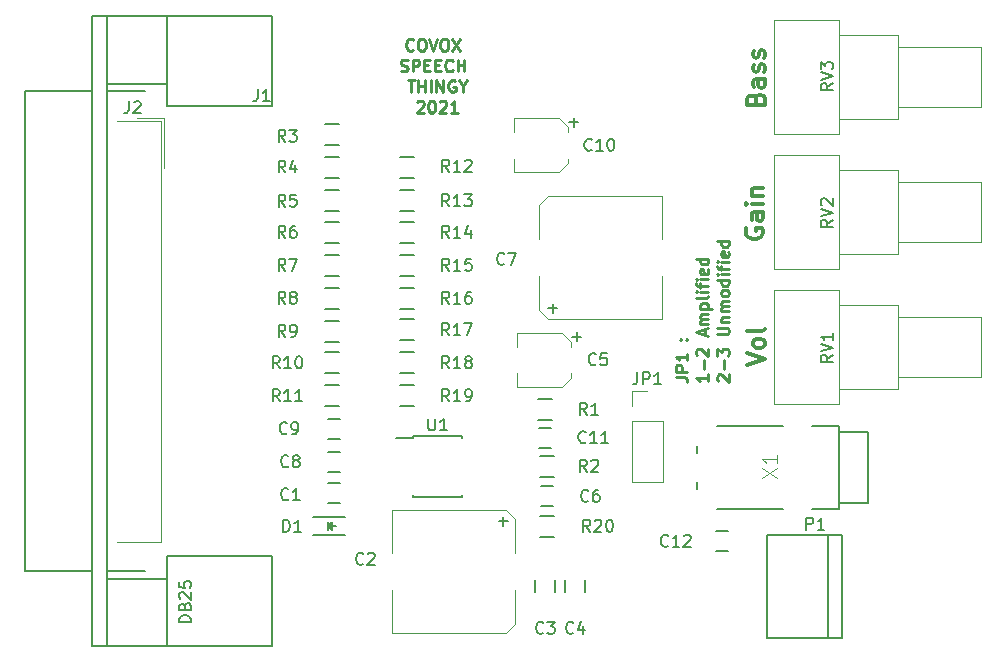
<source format=gto>
%TF.GenerationSoftware,KiCad,Pcbnew,(5.1.9)-1*%
%TF.CreationDate,2021-01-10T22:28:58+11:00*%
%TF.ProjectId,pcb-covox-amp,7063622d-636f-4766-9f78-2d616d702e6b,3*%
%TF.SameCoordinates,Original*%
%TF.FileFunction,Legend,Top*%
%TF.FilePolarity,Positive*%
%FSLAX46Y46*%
G04 Gerber Fmt 4.6, Leading zero omitted, Abs format (unit mm)*
G04 Created by KiCad (PCBNEW (5.1.9)-1) date 2021-01-10 22:28:58*
%MOMM*%
%LPD*%
G01*
G04 APERTURE LIST*
%ADD10C,0.250000*%
%ADD11C,0.300000*%
%ADD12C,0.150000*%
%ADD13C,0.120000*%
%ADD14C,0.203200*%
%ADD15C,0.101600*%
G04 APERTURE END LIST*
D10*
X125916190Y-91472142D02*
X125868571Y-91519761D01*
X125725714Y-91567380D01*
X125630476Y-91567380D01*
X125487619Y-91519761D01*
X125392380Y-91424523D01*
X125344761Y-91329285D01*
X125297142Y-91138809D01*
X125297142Y-90995952D01*
X125344761Y-90805476D01*
X125392380Y-90710238D01*
X125487619Y-90615000D01*
X125630476Y-90567380D01*
X125725714Y-90567380D01*
X125868571Y-90615000D01*
X125916190Y-90662619D01*
X126535238Y-90567380D02*
X126725714Y-90567380D01*
X126820952Y-90615000D01*
X126916190Y-90710238D01*
X126963809Y-90900714D01*
X126963809Y-91234047D01*
X126916190Y-91424523D01*
X126820952Y-91519761D01*
X126725714Y-91567380D01*
X126535238Y-91567380D01*
X126440000Y-91519761D01*
X126344761Y-91424523D01*
X126297142Y-91234047D01*
X126297142Y-90900714D01*
X126344761Y-90710238D01*
X126440000Y-90615000D01*
X126535238Y-90567380D01*
X127249523Y-90567380D02*
X127582857Y-91567380D01*
X127916190Y-90567380D01*
X128440000Y-90567380D02*
X128630476Y-90567380D01*
X128725714Y-90615000D01*
X128820952Y-90710238D01*
X128868571Y-90900714D01*
X128868571Y-91234047D01*
X128820952Y-91424523D01*
X128725714Y-91519761D01*
X128630476Y-91567380D01*
X128440000Y-91567380D01*
X128344761Y-91519761D01*
X128249523Y-91424523D01*
X128201904Y-91234047D01*
X128201904Y-90900714D01*
X128249523Y-90710238D01*
X128344761Y-90615000D01*
X128440000Y-90567380D01*
X129201904Y-90567380D02*
X129868571Y-91567380D01*
X129868571Y-90567380D02*
X129201904Y-91567380D01*
X124844761Y-93269761D02*
X124987619Y-93317380D01*
X125225714Y-93317380D01*
X125320952Y-93269761D01*
X125368571Y-93222142D01*
X125416190Y-93126904D01*
X125416190Y-93031666D01*
X125368571Y-92936428D01*
X125320952Y-92888809D01*
X125225714Y-92841190D01*
X125035238Y-92793571D01*
X124940000Y-92745952D01*
X124892380Y-92698333D01*
X124844761Y-92603095D01*
X124844761Y-92507857D01*
X124892380Y-92412619D01*
X124940000Y-92365000D01*
X125035238Y-92317380D01*
X125273333Y-92317380D01*
X125416190Y-92365000D01*
X125844761Y-93317380D02*
X125844761Y-92317380D01*
X126225714Y-92317380D01*
X126320952Y-92365000D01*
X126368571Y-92412619D01*
X126416190Y-92507857D01*
X126416190Y-92650714D01*
X126368571Y-92745952D01*
X126320952Y-92793571D01*
X126225714Y-92841190D01*
X125844761Y-92841190D01*
X126844761Y-92793571D02*
X127178095Y-92793571D01*
X127320952Y-93317380D02*
X126844761Y-93317380D01*
X126844761Y-92317380D01*
X127320952Y-92317380D01*
X127749523Y-92793571D02*
X128082857Y-92793571D01*
X128225714Y-93317380D02*
X127749523Y-93317380D01*
X127749523Y-92317380D01*
X128225714Y-92317380D01*
X129225714Y-93222142D02*
X129178095Y-93269761D01*
X129035238Y-93317380D01*
X128940000Y-93317380D01*
X128797142Y-93269761D01*
X128701904Y-93174523D01*
X128654285Y-93079285D01*
X128606666Y-92888809D01*
X128606666Y-92745952D01*
X128654285Y-92555476D01*
X128701904Y-92460238D01*
X128797142Y-92365000D01*
X128940000Y-92317380D01*
X129035238Y-92317380D01*
X129178095Y-92365000D01*
X129225714Y-92412619D01*
X129654285Y-93317380D02*
X129654285Y-92317380D01*
X129654285Y-92793571D02*
X130225714Y-92793571D01*
X130225714Y-93317380D02*
X130225714Y-92317380D01*
X125440000Y-94067380D02*
X126011428Y-94067380D01*
X125725714Y-95067380D02*
X125725714Y-94067380D01*
X126344761Y-95067380D02*
X126344761Y-94067380D01*
X126344761Y-94543571D02*
X126916190Y-94543571D01*
X126916190Y-95067380D02*
X126916190Y-94067380D01*
X127392380Y-95067380D02*
X127392380Y-94067380D01*
X127868571Y-95067380D02*
X127868571Y-94067380D01*
X128440000Y-95067380D01*
X128440000Y-94067380D01*
X129440000Y-94115000D02*
X129344761Y-94067380D01*
X129201904Y-94067380D01*
X129059047Y-94115000D01*
X128963809Y-94210238D01*
X128916190Y-94305476D01*
X128868571Y-94495952D01*
X128868571Y-94638809D01*
X128916190Y-94829285D01*
X128963809Y-94924523D01*
X129059047Y-95019761D01*
X129201904Y-95067380D01*
X129297142Y-95067380D01*
X129440000Y-95019761D01*
X129487619Y-94972142D01*
X129487619Y-94638809D01*
X129297142Y-94638809D01*
X130106666Y-94591190D02*
X130106666Y-95067380D01*
X129773333Y-94067380D02*
X130106666Y-94591190D01*
X130440000Y-94067380D01*
X126225714Y-95912619D02*
X126273333Y-95865000D01*
X126368571Y-95817380D01*
X126606666Y-95817380D01*
X126701904Y-95865000D01*
X126749523Y-95912619D01*
X126797142Y-96007857D01*
X126797142Y-96103095D01*
X126749523Y-96245952D01*
X126178095Y-96817380D01*
X126797142Y-96817380D01*
X127416190Y-95817380D02*
X127511428Y-95817380D01*
X127606666Y-95865000D01*
X127654285Y-95912619D01*
X127701904Y-96007857D01*
X127749523Y-96198333D01*
X127749523Y-96436428D01*
X127701904Y-96626904D01*
X127654285Y-96722142D01*
X127606666Y-96769761D01*
X127511428Y-96817380D01*
X127416190Y-96817380D01*
X127320952Y-96769761D01*
X127273333Y-96722142D01*
X127225714Y-96626904D01*
X127178095Y-96436428D01*
X127178095Y-96198333D01*
X127225714Y-96007857D01*
X127273333Y-95912619D01*
X127320952Y-95865000D01*
X127416190Y-95817380D01*
X128130476Y-95912619D02*
X128178095Y-95865000D01*
X128273333Y-95817380D01*
X128511428Y-95817380D01*
X128606666Y-95865000D01*
X128654285Y-95912619D01*
X128701904Y-96007857D01*
X128701904Y-96103095D01*
X128654285Y-96245952D01*
X128082857Y-96817380D01*
X128701904Y-96817380D01*
X129654285Y-96817380D02*
X129082857Y-96817380D01*
X129368571Y-96817380D02*
X129368571Y-95817380D01*
X129273333Y-95960238D01*
X129178095Y-96055476D01*
X129082857Y-96103095D01*
X148121380Y-119215690D02*
X148835666Y-119215690D01*
X148978523Y-119263309D01*
X149073761Y-119358547D01*
X149121380Y-119501404D01*
X149121380Y-119596642D01*
X149121380Y-118739500D02*
X148121380Y-118739500D01*
X148121380Y-118358547D01*
X148169000Y-118263309D01*
X148216619Y-118215690D01*
X148311857Y-118168071D01*
X148454714Y-118168071D01*
X148549952Y-118215690D01*
X148597571Y-118263309D01*
X148645190Y-118358547D01*
X148645190Y-118739500D01*
X149121380Y-117215690D02*
X149121380Y-117787119D01*
X149121380Y-117501404D02*
X148121380Y-117501404D01*
X148264238Y-117596642D01*
X148359476Y-117691880D01*
X148407095Y-117787119D01*
X149026142Y-116025214D02*
X149073761Y-115977595D01*
X149121380Y-116025214D01*
X149073761Y-116072833D01*
X149026142Y-116025214D01*
X149121380Y-116025214D01*
X148502333Y-116025214D02*
X148549952Y-115977595D01*
X148597571Y-116025214D01*
X148549952Y-116072833D01*
X148502333Y-116025214D01*
X148597571Y-116025214D01*
X150871380Y-118977595D02*
X150871380Y-119549023D01*
X150871380Y-119263309D02*
X149871380Y-119263309D01*
X150014238Y-119358547D01*
X150109476Y-119453785D01*
X150157095Y-119549023D01*
X150490428Y-118549023D02*
X150490428Y-117787119D01*
X149966619Y-117358547D02*
X149919000Y-117310928D01*
X149871380Y-117215690D01*
X149871380Y-116977595D01*
X149919000Y-116882357D01*
X149966619Y-116834738D01*
X150061857Y-116787119D01*
X150157095Y-116787119D01*
X150299952Y-116834738D01*
X150871380Y-117406166D01*
X150871380Y-116787119D01*
X150585666Y-115644261D02*
X150585666Y-115168071D01*
X150871380Y-115739500D02*
X149871380Y-115406166D01*
X150871380Y-115072833D01*
X150871380Y-114739500D02*
X150204714Y-114739500D01*
X150299952Y-114739500D02*
X150252333Y-114691880D01*
X150204714Y-114596642D01*
X150204714Y-114453785D01*
X150252333Y-114358547D01*
X150347571Y-114310928D01*
X150871380Y-114310928D01*
X150347571Y-114310928D02*
X150252333Y-114263309D01*
X150204714Y-114168071D01*
X150204714Y-114025214D01*
X150252333Y-113929976D01*
X150347571Y-113882357D01*
X150871380Y-113882357D01*
X150204714Y-113406166D02*
X151204714Y-113406166D01*
X150252333Y-113406166D02*
X150204714Y-113310928D01*
X150204714Y-113120452D01*
X150252333Y-113025214D01*
X150299952Y-112977595D01*
X150395190Y-112929976D01*
X150680904Y-112929976D01*
X150776142Y-112977595D01*
X150823761Y-113025214D01*
X150871380Y-113120452D01*
X150871380Y-113310928D01*
X150823761Y-113406166D01*
X150871380Y-112358547D02*
X150823761Y-112453785D01*
X150728523Y-112501404D01*
X149871380Y-112501404D01*
X150871380Y-111977595D02*
X150204714Y-111977595D01*
X149871380Y-111977595D02*
X149919000Y-112025214D01*
X149966619Y-111977595D01*
X149919000Y-111929976D01*
X149871380Y-111977595D01*
X149966619Y-111977595D01*
X150204714Y-111644261D02*
X150204714Y-111263309D01*
X150871380Y-111501404D02*
X150014238Y-111501404D01*
X149919000Y-111453785D01*
X149871380Y-111358547D01*
X149871380Y-111263309D01*
X150871380Y-110929976D02*
X150204714Y-110929976D01*
X149871380Y-110929976D02*
X149919000Y-110977595D01*
X149966619Y-110929976D01*
X149919000Y-110882357D01*
X149871380Y-110929976D01*
X149966619Y-110929976D01*
X150823761Y-110072833D02*
X150871380Y-110168071D01*
X150871380Y-110358547D01*
X150823761Y-110453785D01*
X150728523Y-110501404D01*
X150347571Y-110501404D01*
X150252333Y-110453785D01*
X150204714Y-110358547D01*
X150204714Y-110168071D01*
X150252333Y-110072833D01*
X150347571Y-110025214D01*
X150442809Y-110025214D01*
X150538047Y-110501404D01*
X150871380Y-109168071D02*
X149871380Y-109168071D01*
X150823761Y-109168071D02*
X150871380Y-109263309D01*
X150871380Y-109453785D01*
X150823761Y-109549023D01*
X150776142Y-109596642D01*
X150680904Y-109644261D01*
X150395190Y-109644261D01*
X150299952Y-109596642D01*
X150252333Y-109549023D01*
X150204714Y-109453785D01*
X150204714Y-109263309D01*
X150252333Y-109168071D01*
X151716619Y-119549023D02*
X151669000Y-119501404D01*
X151621380Y-119406166D01*
X151621380Y-119168071D01*
X151669000Y-119072833D01*
X151716619Y-119025214D01*
X151811857Y-118977595D01*
X151907095Y-118977595D01*
X152049952Y-119025214D01*
X152621380Y-119596642D01*
X152621380Y-118977595D01*
X152240428Y-118549023D02*
X152240428Y-117787119D01*
X151621380Y-117406166D02*
X151621380Y-116787119D01*
X152002333Y-117120452D01*
X152002333Y-116977595D01*
X152049952Y-116882357D01*
X152097571Y-116834738D01*
X152192809Y-116787119D01*
X152430904Y-116787119D01*
X152526142Y-116834738D01*
X152573761Y-116882357D01*
X152621380Y-116977595D01*
X152621380Y-117263309D01*
X152573761Y-117358547D01*
X152526142Y-117406166D01*
X151621380Y-115596642D02*
X152430904Y-115596642D01*
X152526142Y-115549023D01*
X152573761Y-115501404D01*
X152621380Y-115406166D01*
X152621380Y-115215690D01*
X152573761Y-115120452D01*
X152526142Y-115072833D01*
X152430904Y-115025214D01*
X151621380Y-115025214D01*
X151954714Y-114549023D02*
X152621380Y-114549023D01*
X152049952Y-114549023D02*
X152002333Y-114501404D01*
X151954714Y-114406166D01*
X151954714Y-114263309D01*
X152002333Y-114168071D01*
X152097571Y-114120452D01*
X152621380Y-114120452D01*
X152621380Y-113644261D02*
X151954714Y-113644261D01*
X152049952Y-113644261D02*
X152002333Y-113596642D01*
X151954714Y-113501404D01*
X151954714Y-113358547D01*
X152002333Y-113263309D01*
X152097571Y-113215690D01*
X152621380Y-113215690D01*
X152097571Y-113215690D02*
X152002333Y-113168071D01*
X151954714Y-113072833D01*
X151954714Y-112929976D01*
X152002333Y-112834738D01*
X152097571Y-112787119D01*
X152621380Y-112787119D01*
X152621380Y-112168071D02*
X152573761Y-112263309D01*
X152526142Y-112310928D01*
X152430904Y-112358547D01*
X152145190Y-112358547D01*
X152049952Y-112310928D01*
X152002333Y-112263309D01*
X151954714Y-112168071D01*
X151954714Y-112025214D01*
X152002333Y-111929976D01*
X152049952Y-111882357D01*
X152145190Y-111834738D01*
X152430904Y-111834738D01*
X152526142Y-111882357D01*
X152573761Y-111929976D01*
X152621380Y-112025214D01*
X152621380Y-112168071D01*
X152621380Y-110977595D02*
X151621380Y-110977595D01*
X152573761Y-110977595D02*
X152621380Y-111072833D01*
X152621380Y-111263309D01*
X152573761Y-111358547D01*
X152526142Y-111406166D01*
X152430904Y-111453785D01*
X152145190Y-111453785D01*
X152049952Y-111406166D01*
X152002333Y-111358547D01*
X151954714Y-111263309D01*
X151954714Y-111072833D01*
X152002333Y-110977595D01*
X152621380Y-110501404D02*
X151954714Y-110501404D01*
X151621380Y-110501404D02*
X151669000Y-110549023D01*
X151716619Y-110501404D01*
X151669000Y-110453785D01*
X151621380Y-110501404D01*
X151716619Y-110501404D01*
X151954714Y-110168071D02*
X151954714Y-109787119D01*
X152621380Y-110025214D02*
X151764238Y-110025214D01*
X151669000Y-109977595D01*
X151621380Y-109882357D01*
X151621380Y-109787119D01*
X152621380Y-109453785D02*
X151954714Y-109453785D01*
X151621380Y-109453785D02*
X151669000Y-109501404D01*
X151716619Y-109453785D01*
X151669000Y-109406166D01*
X151621380Y-109453785D01*
X151716619Y-109453785D01*
X152573761Y-108596642D02*
X152621380Y-108691880D01*
X152621380Y-108882357D01*
X152573761Y-108977595D01*
X152478523Y-109025214D01*
X152097571Y-109025214D01*
X152002333Y-108977595D01*
X151954714Y-108882357D01*
X151954714Y-108691880D01*
X152002333Y-108596642D01*
X152097571Y-108549023D01*
X152192809Y-108549023D01*
X152288047Y-109025214D01*
X152621380Y-107691880D02*
X151621380Y-107691880D01*
X152573761Y-107691880D02*
X152621380Y-107787119D01*
X152621380Y-107977595D01*
X152573761Y-108072833D01*
X152526142Y-108120452D01*
X152430904Y-108168071D01*
X152145190Y-108168071D01*
X152049952Y-108120452D01*
X152002333Y-108072833D01*
X151954714Y-107977595D01*
X151954714Y-107787119D01*
X152002333Y-107691880D01*
D11*
X154114000Y-106618428D02*
X154042571Y-106761285D01*
X154042571Y-106975571D01*
X154114000Y-107189857D01*
X154256857Y-107332714D01*
X154399714Y-107404142D01*
X154685428Y-107475571D01*
X154899714Y-107475571D01*
X155185428Y-107404142D01*
X155328285Y-107332714D01*
X155471142Y-107189857D01*
X155542571Y-106975571D01*
X155542571Y-106832714D01*
X155471142Y-106618428D01*
X155399714Y-106547000D01*
X154899714Y-106547000D01*
X154899714Y-106832714D01*
X155542571Y-105261285D02*
X154756857Y-105261285D01*
X154614000Y-105332714D01*
X154542571Y-105475571D01*
X154542571Y-105761285D01*
X154614000Y-105904142D01*
X155471142Y-105261285D02*
X155542571Y-105404142D01*
X155542571Y-105761285D01*
X155471142Y-105904142D01*
X155328285Y-105975571D01*
X155185428Y-105975571D01*
X155042571Y-105904142D01*
X154971142Y-105761285D01*
X154971142Y-105404142D01*
X154899714Y-105261285D01*
X155542571Y-104547000D02*
X154542571Y-104547000D01*
X154042571Y-104547000D02*
X154114000Y-104618428D01*
X154185428Y-104547000D01*
X154114000Y-104475571D01*
X154042571Y-104547000D01*
X154185428Y-104547000D01*
X154542571Y-103832714D02*
X155542571Y-103832714D01*
X154685428Y-103832714D02*
X154614000Y-103761285D01*
X154542571Y-103618428D01*
X154542571Y-103404142D01*
X154614000Y-103261285D01*
X154756857Y-103189857D01*
X155542571Y-103189857D01*
X154169571Y-118171428D02*
X155669571Y-117671428D01*
X154169571Y-117171428D01*
X155669571Y-116457142D02*
X155598142Y-116600000D01*
X155526714Y-116671428D01*
X155383857Y-116742857D01*
X154955285Y-116742857D01*
X154812428Y-116671428D01*
X154741000Y-116600000D01*
X154669571Y-116457142D01*
X154669571Y-116242857D01*
X154741000Y-116100000D01*
X154812428Y-116028571D01*
X154955285Y-115957142D01*
X155383857Y-115957142D01*
X155526714Y-116028571D01*
X155598142Y-116100000D01*
X155669571Y-116242857D01*
X155669571Y-116457142D01*
X155669571Y-115100000D02*
X155598142Y-115242857D01*
X155455285Y-115314285D01*
X154169571Y-115314285D01*
X154883857Y-95652714D02*
X154955285Y-95438428D01*
X155026714Y-95367000D01*
X155169571Y-95295571D01*
X155383857Y-95295571D01*
X155526714Y-95367000D01*
X155598142Y-95438428D01*
X155669571Y-95581285D01*
X155669571Y-96152714D01*
X154169571Y-96152714D01*
X154169571Y-95652714D01*
X154241000Y-95509857D01*
X154312428Y-95438428D01*
X154455285Y-95367000D01*
X154598142Y-95367000D01*
X154741000Y-95438428D01*
X154812428Y-95509857D01*
X154883857Y-95652714D01*
X154883857Y-96152714D01*
X155669571Y-94009857D02*
X154883857Y-94009857D01*
X154741000Y-94081285D01*
X154669571Y-94224142D01*
X154669571Y-94509857D01*
X154741000Y-94652714D01*
X155598142Y-94009857D02*
X155669571Y-94152714D01*
X155669571Y-94509857D01*
X155598142Y-94652714D01*
X155455285Y-94724142D01*
X155312428Y-94724142D01*
X155169571Y-94652714D01*
X155098142Y-94509857D01*
X155098142Y-94152714D01*
X155026714Y-94009857D01*
X155598142Y-93367000D02*
X155669571Y-93224142D01*
X155669571Y-92938428D01*
X155598142Y-92795571D01*
X155455285Y-92724142D01*
X155383857Y-92724142D01*
X155241000Y-92795571D01*
X155169571Y-92938428D01*
X155169571Y-93152714D01*
X155098142Y-93295571D01*
X154955285Y-93367000D01*
X154883857Y-93367000D01*
X154741000Y-93295571D01*
X154669571Y-93152714D01*
X154669571Y-92938428D01*
X154741000Y-92795571D01*
X155598142Y-92152714D02*
X155669571Y-92009857D01*
X155669571Y-91724142D01*
X155598142Y-91581285D01*
X155455285Y-91509857D01*
X155383857Y-91509857D01*
X155241000Y-91581285D01*
X155169571Y-91724142D01*
X155169571Y-91938428D01*
X155098142Y-92081285D01*
X154955285Y-92152714D01*
X154883857Y-92152714D01*
X154741000Y-92081285D01*
X154669571Y-91938428D01*
X154669571Y-91724142D01*
X154741000Y-91581285D01*
D12*
%TO.C,J1*%
X113970000Y-142000000D02*
X113970000Y-134380000D01*
X93015000Y-135650000D02*
X93015000Y-95010000D01*
X113970000Y-96280000D02*
X113970000Y-88660000D01*
X100000000Y-142000000D02*
X100000000Y-88660000D01*
X98730000Y-142000000D02*
X100000000Y-142000000D01*
X98730000Y-88660000D02*
X98730000Y-142000000D01*
X100000000Y-88660000D02*
X98730000Y-88660000D01*
X93015000Y-135650000D02*
X98730000Y-135650000D01*
X93015000Y-95010000D02*
X98730000Y-95010000D01*
X103175000Y-135650000D02*
X100000000Y-135650000D01*
X103175000Y-95010000D02*
X100000000Y-95010000D01*
X105080000Y-142000000D02*
X105080000Y-134380000D01*
X105080000Y-88660000D02*
X105080000Y-96280000D01*
X113970000Y-142000000D02*
X100000000Y-142000000D01*
X105080000Y-134380000D02*
X113970000Y-134380000D01*
X100000000Y-136285000D02*
X105080000Y-136285000D01*
X100000000Y-94375000D02*
X105080000Y-94375000D01*
X105080000Y-96280000D02*
X113970000Y-96280000D01*
X100000000Y-88660000D02*
X113970000Y-88660000D01*
D13*
%TO.C,C10*%
X138993000Y-101102000D02*
X138993000Y-100702000D01*
X134413000Y-101872000D02*
X134413000Y-100702000D01*
X134413000Y-97292000D02*
X134413000Y-98462000D01*
X138993000Y-98062000D02*
X138993000Y-98462000D01*
X138223000Y-97292000D02*
X134413000Y-97292000D01*
X138223000Y-97292000D02*
X138993000Y-98062000D01*
X138223000Y-101872000D02*
X134413000Y-101872000D01*
X138223000Y-101872000D02*
X138993000Y-101102000D01*
%TO.C,C5*%
X139247000Y-119263000D02*
X139247000Y-118863000D01*
X134667000Y-120033000D02*
X134667000Y-118863000D01*
X134667000Y-115453000D02*
X134667000Y-116623000D01*
X139247000Y-116223000D02*
X139247000Y-116623000D01*
X138477000Y-115453000D02*
X134667000Y-115453000D01*
X138477000Y-115453000D02*
X139247000Y-116223000D01*
X138477000Y-120033000D02*
X134667000Y-120033000D01*
X138477000Y-120033000D02*
X139247000Y-119263000D01*
%TO.C,C7*%
X136573000Y-104657000D02*
X136573000Y-107547000D01*
X136573000Y-113557000D02*
X136573000Y-110667000D01*
X146993000Y-114317000D02*
X146993000Y-110667000D01*
X146993000Y-103897000D02*
X146993000Y-107547000D01*
X146993000Y-114317000D02*
X137333000Y-114317000D01*
X137333000Y-114317000D02*
X136573000Y-113557000D01*
X136573000Y-104657000D02*
X137333000Y-103897000D01*
X137333000Y-103897000D02*
X146993000Y-103897000D01*
%TO.C,C2*%
X134547000Y-140100000D02*
X134547000Y-137210000D01*
X134547000Y-131200000D02*
X134547000Y-134090000D01*
X124127000Y-130440000D02*
X124127000Y-134090000D01*
X124127000Y-140860000D02*
X124127000Y-137210000D01*
X124127000Y-130440000D02*
X133787000Y-130440000D01*
X133787000Y-130440000D02*
X134547000Y-131200000D01*
X134547000Y-140100000D02*
X133787000Y-140860000D01*
X133787000Y-140860000D02*
X124127000Y-140860000D01*
D14*
%TO.C,X1*%
X161927740Y-130349020D02*
X161927740Y-129848640D01*
X161927740Y-129848640D02*
X161927740Y-123851700D01*
X161927740Y-123851700D02*
X161927740Y-123351320D01*
X161927740Y-123851700D02*
X164429640Y-123851700D01*
X164429640Y-123851700D02*
X164429640Y-129848640D01*
X164429640Y-129848640D02*
X161927740Y-129848640D01*
X151630580Y-130349020D02*
X157228740Y-130349020D01*
X157228740Y-123351320D02*
X151630580Y-123351320D01*
X159629040Y-123351320D02*
X161927740Y-123351320D01*
X161927740Y-130349020D02*
X159629040Y-130349020D01*
X149931320Y-125050580D02*
X149931320Y-125650020D01*
X149931320Y-128047780D02*
X149931320Y-128649760D01*
D13*
%TO.C,RV2*%
X173930000Y-102650000D02*
X173930000Y-107770000D01*
X166930000Y-102650000D02*
X166930000Y-107770000D01*
X166930000Y-107770000D02*
X173930000Y-107770000D01*
X166930000Y-102650000D02*
X173930000Y-102650000D01*
X166930000Y-101650000D02*
X166930000Y-108770000D01*
X161930000Y-101650000D02*
X161930000Y-108770000D01*
X161930000Y-108770000D02*
X166930000Y-108770000D01*
X161930000Y-101650000D02*
X166930000Y-101650000D01*
X161930000Y-100400000D02*
X161930000Y-110020000D01*
X156409000Y-100400000D02*
X156409000Y-110020000D01*
X156409000Y-110020000D02*
X161930000Y-110020000D01*
X156409000Y-100400000D02*
X161930000Y-100400000D01*
%TO.C,J2*%
X100800000Y-133133333D02*
X104540000Y-133133333D01*
X104540000Y-133133333D02*
X104540000Y-97526667D01*
X104540000Y-97526667D02*
X100800000Y-97526667D01*
X102540000Y-97286667D02*
X104780000Y-97286667D01*
X104780000Y-97286667D02*
X104780000Y-101480000D01*
%TO.C,RV3*%
X173930000Y-91220000D02*
X173930000Y-96340000D01*
X166930000Y-91220000D02*
X166930000Y-96340000D01*
X166930000Y-96340000D02*
X173930000Y-96340000D01*
X166930000Y-91220000D02*
X173930000Y-91220000D01*
X166930000Y-90220000D02*
X166930000Y-97340000D01*
X161930000Y-90220000D02*
X161930000Y-97340000D01*
X161930000Y-97340000D02*
X166930000Y-97340000D01*
X161930000Y-90220000D02*
X166930000Y-90220000D01*
X161930000Y-88970000D02*
X161930000Y-98590000D01*
X156409000Y-88970000D02*
X156409000Y-98590000D01*
X156409000Y-98590000D02*
X161930000Y-98590000D01*
X156409000Y-88970000D02*
X161930000Y-88970000D01*
%TO.C,RV1*%
X173930000Y-114080000D02*
X173930000Y-119200000D01*
X166930000Y-114080000D02*
X166930000Y-119200000D01*
X166930000Y-119200000D02*
X173930000Y-119200000D01*
X166930000Y-114080000D02*
X173930000Y-114080000D01*
X166930000Y-113080000D02*
X166930000Y-120200000D01*
X161930000Y-113080000D02*
X161930000Y-120200000D01*
X161930000Y-120200000D02*
X166930000Y-120200000D01*
X161930000Y-113080000D02*
X166930000Y-113080000D01*
X161930000Y-111830000D02*
X161930000Y-121450000D01*
X156409000Y-111830000D02*
X156409000Y-121450000D01*
X156409000Y-121450000D02*
X161930000Y-121450000D01*
X156409000Y-111830000D02*
X161930000Y-111830000D01*
%TO.C,JP1*%
X144390000Y-120350000D02*
X145720000Y-120350000D01*
X144390000Y-121680000D02*
X144390000Y-120350000D01*
X144390000Y-122950000D02*
X147050000Y-122950000D01*
X147050000Y-122950000D02*
X147050000Y-128090000D01*
X144390000Y-122950000D02*
X144390000Y-128090000D01*
X144390000Y-128090000D02*
X147050000Y-128090000D01*
D12*
%TO.C,C1*%
X118677000Y-129896000D02*
X119677000Y-129896000D01*
X119677000Y-128196000D02*
X118677000Y-128196000D01*
%TO.C,C3*%
X136234000Y-136400000D02*
X136234000Y-137400000D01*
X137934000Y-137400000D02*
X137934000Y-136400000D01*
%TO.C,C4*%
X138774000Y-136400000D02*
X138774000Y-137400000D01*
X140474000Y-137400000D02*
X140474000Y-136400000D01*
%TO.C,C6*%
X136711000Y-130150000D02*
X137711000Y-130150000D01*
X137711000Y-128450000D02*
X136711000Y-128450000D01*
%TO.C,C8*%
X118677000Y-127229000D02*
X119677000Y-127229000D01*
X119677000Y-125529000D02*
X118677000Y-125529000D01*
%TO.C,C9*%
X118677000Y-124435000D02*
X119677000Y-124435000D01*
X119677000Y-122735000D02*
X118677000Y-122735000D01*
%TO.C,C11*%
X136584000Y-125197000D02*
X137584000Y-125197000D01*
X137584000Y-123497000D02*
X136584000Y-123497000D01*
%TO.C,P1*%
X162237460Y-141270900D02*
X155832460Y-141270900D01*
X161007460Y-132570900D02*
X161007460Y-141270900D01*
X155832460Y-132570900D02*
X162237460Y-132570900D01*
X155832460Y-141270900D02*
X155832460Y-132570900D01*
X162237460Y-141270900D02*
X162237460Y-132570900D01*
%TO.C,R1*%
X137684000Y-122809000D02*
X136484000Y-122809000D01*
X136484000Y-121059000D02*
X137684000Y-121059000D01*
%TO.C,R2*%
X137811000Y-127635000D02*
X136611000Y-127635000D01*
X136611000Y-125885000D02*
X137811000Y-125885000D01*
%TO.C,R3*%
X119650000Y-99568000D02*
X118450000Y-99568000D01*
X118450000Y-97818000D02*
X119650000Y-97818000D01*
%TO.C,R4*%
X119650000Y-102362000D02*
X118450000Y-102362000D01*
X118450000Y-100612000D02*
X119650000Y-100612000D01*
%TO.C,R5*%
X119650000Y-105156000D02*
X118450000Y-105156000D01*
X118450000Y-103406000D02*
X119650000Y-103406000D01*
%TO.C,R6*%
X119650000Y-107823000D02*
X118450000Y-107823000D01*
X118450000Y-106073000D02*
X119650000Y-106073000D01*
%TO.C,R7*%
X119650000Y-110617000D02*
X118450000Y-110617000D01*
X118450000Y-108867000D02*
X119650000Y-108867000D01*
%TO.C,R8*%
X119650000Y-113411000D02*
X118450000Y-113411000D01*
X118450000Y-111661000D02*
X119650000Y-111661000D01*
%TO.C,R9*%
X119650000Y-116205000D02*
X118450000Y-116205000D01*
X118450000Y-114455000D02*
X119650000Y-114455000D01*
%TO.C,R10*%
X119650000Y-118872000D02*
X118450000Y-118872000D01*
X118450000Y-117122000D02*
X119650000Y-117122000D01*
%TO.C,R11*%
X119650000Y-121666000D02*
X118450000Y-121666000D01*
X118450000Y-119916000D02*
X119650000Y-119916000D01*
%TO.C,R12*%
X126000000Y-102362000D02*
X124800000Y-102362000D01*
X124800000Y-100612000D02*
X126000000Y-100612000D01*
%TO.C,R13*%
X126000000Y-105156000D02*
X124800000Y-105156000D01*
X124800000Y-103406000D02*
X126000000Y-103406000D01*
%TO.C,R14*%
X126000000Y-107823000D02*
X124800000Y-107823000D01*
X124800000Y-106073000D02*
X126000000Y-106073000D01*
%TO.C,R15*%
X126000000Y-110617000D02*
X124800000Y-110617000D01*
X124800000Y-108867000D02*
X126000000Y-108867000D01*
%TO.C,R16*%
X126000000Y-113411000D02*
X124800000Y-113411000D01*
X124800000Y-111661000D02*
X126000000Y-111661000D01*
%TO.C,R17*%
X126000000Y-116078000D02*
X124800000Y-116078000D01*
X124800000Y-114328000D02*
X126000000Y-114328000D01*
%TO.C,R18*%
X126000000Y-118872000D02*
X124800000Y-118872000D01*
X124800000Y-117122000D02*
X126000000Y-117122000D01*
%TO.C,R19*%
X126000000Y-121666000D02*
X124800000Y-121666000D01*
X124800000Y-119916000D02*
X126000000Y-119916000D01*
%TO.C,U1*%
X125865000Y-124330000D02*
X124465000Y-124330000D01*
X125865000Y-129335000D02*
X130015000Y-129335000D01*
X125865000Y-124185000D02*
X130015000Y-124185000D01*
X125865000Y-129335000D02*
X125865000Y-129190000D01*
X130015000Y-129335000D02*
X130015000Y-129190000D01*
X130015000Y-124185000D02*
X130015000Y-124330000D01*
X125865000Y-124185000D02*
X125865000Y-124330000D01*
%TO.C,D1*%
X119050000Y-132190000D02*
X118700000Y-131840000D01*
X119050000Y-131490000D02*
X119050000Y-132190000D01*
X118700000Y-131840000D02*
X119050000Y-131490000D01*
X119050000Y-131840000D02*
X119400000Y-131840000D01*
X118700000Y-131490000D02*
X118700000Y-132190000D01*
X118950000Y-131740000D02*
X118800000Y-131890000D01*
X118950000Y-131990000D02*
X118950000Y-131740000D01*
X117450000Y-131090000D02*
X120150000Y-131090000D01*
X117450000Y-132590000D02*
X120150000Y-132590000D01*
%TO.C,R20*%
X137811000Y-132715000D02*
X136611000Y-132715000D01*
X136611000Y-130965000D02*
X137811000Y-130965000D01*
%TO.C,C12*%
X151570000Y-133960000D02*
X152570000Y-133960000D01*
X152570000Y-132260000D02*
X151570000Y-132260000D01*
%TO.C,J1*%
X112747666Y-94843380D02*
X112747666Y-95557666D01*
X112700047Y-95700523D01*
X112604809Y-95795761D01*
X112461952Y-95843380D01*
X112366714Y-95843380D01*
X113747666Y-95843380D02*
X113176238Y-95843380D01*
X113461952Y-95843380D02*
X113461952Y-94843380D01*
X113366714Y-94986238D01*
X113271476Y-95081476D01*
X113176238Y-95129095D01*
X107082380Y-139944285D02*
X106082380Y-139944285D01*
X106082380Y-139706190D01*
X106130000Y-139563333D01*
X106225238Y-139468095D01*
X106320476Y-139420476D01*
X106510952Y-139372857D01*
X106653809Y-139372857D01*
X106844285Y-139420476D01*
X106939523Y-139468095D01*
X107034761Y-139563333D01*
X107082380Y-139706190D01*
X107082380Y-139944285D01*
X106558571Y-138610952D02*
X106606190Y-138468095D01*
X106653809Y-138420476D01*
X106749047Y-138372857D01*
X106891904Y-138372857D01*
X106987142Y-138420476D01*
X107034761Y-138468095D01*
X107082380Y-138563333D01*
X107082380Y-138944285D01*
X106082380Y-138944285D01*
X106082380Y-138610952D01*
X106130000Y-138515714D01*
X106177619Y-138468095D01*
X106272857Y-138420476D01*
X106368095Y-138420476D01*
X106463333Y-138468095D01*
X106510952Y-138515714D01*
X106558571Y-138610952D01*
X106558571Y-138944285D01*
X106177619Y-137991904D02*
X106130000Y-137944285D01*
X106082380Y-137849047D01*
X106082380Y-137610952D01*
X106130000Y-137515714D01*
X106177619Y-137468095D01*
X106272857Y-137420476D01*
X106368095Y-137420476D01*
X106510952Y-137468095D01*
X107082380Y-138039523D01*
X107082380Y-137420476D01*
X106082380Y-136515714D02*
X106082380Y-136991904D01*
X106558571Y-137039523D01*
X106510952Y-136991904D01*
X106463333Y-136896666D01*
X106463333Y-136658571D01*
X106510952Y-136563333D01*
X106558571Y-136515714D01*
X106653809Y-136468095D01*
X106891904Y-136468095D01*
X106987142Y-136515714D01*
X107034761Y-136563333D01*
X107082380Y-136658571D01*
X107082380Y-136896666D01*
X107034761Y-136991904D01*
X106987142Y-137039523D01*
%TO.C,C10*%
X141013142Y-99939142D02*
X140965523Y-99986761D01*
X140822666Y-100034380D01*
X140727428Y-100034380D01*
X140584571Y-99986761D01*
X140489333Y-99891523D01*
X140441714Y-99796285D01*
X140394095Y-99605809D01*
X140394095Y-99462952D01*
X140441714Y-99272476D01*
X140489333Y-99177238D01*
X140584571Y-99082000D01*
X140727428Y-99034380D01*
X140822666Y-99034380D01*
X140965523Y-99082000D01*
X141013142Y-99129619D01*
X141965523Y-100034380D02*
X141394095Y-100034380D01*
X141679809Y-100034380D02*
X141679809Y-99034380D01*
X141584571Y-99177238D01*
X141489333Y-99272476D01*
X141394095Y-99320095D01*
X142584571Y-99034380D02*
X142679809Y-99034380D01*
X142775047Y-99082000D01*
X142822666Y-99129619D01*
X142870285Y-99224857D01*
X142917904Y-99415333D01*
X142917904Y-99653428D01*
X142870285Y-99843904D01*
X142822666Y-99939142D01*
X142775047Y-99986761D01*
X142679809Y-100034380D01*
X142584571Y-100034380D01*
X142489333Y-99986761D01*
X142441714Y-99939142D01*
X142394095Y-99843904D01*
X142346476Y-99653428D01*
X142346476Y-99415333D01*
X142394095Y-99224857D01*
X142441714Y-99129619D01*
X142489333Y-99082000D01*
X142584571Y-99034380D01*
X139092047Y-97643428D02*
X139853952Y-97643428D01*
X139473000Y-98024380D02*
X139473000Y-97262476D01*
%TO.C,C5*%
X141362333Y-118100142D02*
X141314714Y-118147761D01*
X141171857Y-118195380D01*
X141076619Y-118195380D01*
X140933761Y-118147761D01*
X140838523Y-118052523D01*
X140790904Y-117957285D01*
X140743285Y-117766809D01*
X140743285Y-117623952D01*
X140790904Y-117433476D01*
X140838523Y-117338238D01*
X140933761Y-117243000D01*
X141076619Y-117195380D01*
X141171857Y-117195380D01*
X141314714Y-117243000D01*
X141362333Y-117290619D01*
X142267095Y-117195380D02*
X141790904Y-117195380D01*
X141743285Y-117671571D01*
X141790904Y-117623952D01*
X141886142Y-117576333D01*
X142124238Y-117576333D01*
X142219476Y-117623952D01*
X142267095Y-117671571D01*
X142314714Y-117766809D01*
X142314714Y-118004904D01*
X142267095Y-118100142D01*
X142219476Y-118147761D01*
X142124238Y-118195380D01*
X141886142Y-118195380D01*
X141790904Y-118147761D01*
X141743285Y-118100142D01*
X139346047Y-115804428D02*
X140107952Y-115804428D01*
X139727000Y-116185380D02*
X139727000Y-115423476D01*
%TO.C,C7*%
X133615333Y-109591142D02*
X133567714Y-109638761D01*
X133424857Y-109686380D01*
X133329619Y-109686380D01*
X133186761Y-109638761D01*
X133091523Y-109543523D01*
X133043904Y-109448285D01*
X132996285Y-109257809D01*
X132996285Y-109114952D01*
X133043904Y-108924476D01*
X133091523Y-108829238D01*
X133186761Y-108734000D01*
X133329619Y-108686380D01*
X133424857Y-108686380D01*
X133567714Y-108734000D01*
X133615333Y-108781619D01*
X133948666Y-108686380D02*
X134615333Y-108686380D01*
X134186761Y-109686380D01*
X137338047Y-113369428D02*
X138099952Y-113369428D01*
X137719000Y-113750380D02*
X137719000Y-112988476D01*
%TO.C,C2*%
X121677333Y-134991142D02*
X121629714Y-135038761D01*
X121486857Y-135086380D01*
X121391619Y-135086380D01*
X121248761Y-135038761D01*
X121153523Y-134943523D01*
X121105904Y-134848285D01*
X121058285Y-134657809D01*
X121058285Y-134514952D01*
X121105904Y-134324476D01*
X121153523Y-134229238D01*
X121248761Y-134134000D01*
X121391619Y-134086380D01*
X121486857Y-134086380D01*
X121629714Y-134134000D01*
X121677333Y-134181619D01*
X122058285Y-134181619D02*
X122105904Y-134134000D01*
X122201142Y-134086380D01*
X122439238Y-134086380D01*
X122534476Y-134134000D01*
X122582095Y-134181619D01*
X122629714Y-134276857D01*
X122629714Y-134372095D01*
X122582095Y-134514952D01*
X122010666Y-135086380D01*
X122629714Y-135086380D01*
X133147047Y-131403428D02*
X133908952Y-131403428D01*
X133528000Y-131784380D02*
X133528000Y-131022476D01*
%TO.C,X1*%
D15*
X155438523Y-127788095D02*
X156708523Y-126941428D01*
X155438523Y-126941428D02*
X156708523Y-127788095D01*
X156708523Y-125792380D02*
X156708523Y-126518095D01*
X156708523Y-126155238D02*
X155438523Y-126155238D01*
X155619952Y-126276190D01*
X155740904Y-126397142D01*
X155801380Y-126518095D01*
%TO.C,RV2*%
D12*
X161412380Y-105892238D02*
X160936190Y-106225571D01*
X161412380Y-106463666D02*
X160412380Y-106463666D01*
X160412380Y-106082714D01*
X160460000Y-105987476D01*
X160507619Y-105939857D01*
X160602857Y-105892238D01*
X160745714Y-105892238D01*
X160840952Y-105939857D01*
X160888571Y-105987476D01*
X160936190Y-106082714D01*
X160936190Y-106463666D01*
X160412380Y-105606523D02*
X161412380Y-105273190D01*
X160412380Y-104939857D01*
X160507619Y-104654142D02*
X160460000Y-104606523D01*
X160412380Y-104511285D01*
X160412380Y-104273190D01*
X160460000Y-104177952D01*
X160507619Y-104130333D01*
X160602857Y-104082714D01*
X160698095Y-104082714D01*
X160840952Y-104130333D01*
X161412380Y-104701761D01*
X161412380Y-104082714D01*
%TO.C,J2*%
X101825666Y-95859380D02*
X101825666Y-96573666D01*
X101778047Y-96716523D01*
X101682809Y-96811761D01*
X101539952Y-96859380D01*
X101444714Y-96859380D01*
X102254238Y-95954619D02*
X102301857Y-95907000D01*
X102397095Y-95859380D01*
X102635190Y-95859380D01*
X102730428Y-95907000D01*
X102778047Y-95954619D01*
X102825666Y-96049857D01*
X102825666Y-96145095D01*
X102778047Y-96287952D01*
X102206619Y-96859380D01*
X102825666Y-96859380D01*
%TO.C,RV3*%
X161412380Y-94335238D02*
X160936190Y-94668571D01*
X161412380Y-94906666D02*
X160412380Y-94906666D01*
X160412380Y-94525714D01*
X160460000Y-94430476D01*
X160507619Y-94382857D01*
X160602857Y-94335238D01*
X160745714Y-94335238D01*
X160840952Y-94382857D01*
X160888571Y-94430476D01*
X160936190Y-94525714D01*
X160936190Y-94906666D01*
X160412380Y-94049523D02*
X161412380Y-93716190D01*
X160412380Y-93382857D01*
X160412380Y-93144761D02*
X160412380Y-92525714D01*
X160793333Y-92859047D01*
X160793333Y-92716190D01*
X160840952Y-92620952D01*
X160888571Y-92573333D01*
X160983809Y-92525714D01*
X161221904Y-92525714D01*
X161317142Y-92573333D01*
X161364761Y-92620952D01*
X161412380Y-92716190D01*
X161412380Y-93001904D01*
X161364761Y-93097142D01*
X161317142Y-93144761D01*
%TO.C,RV1*%
X161412380Y-117322238D02*
X160936190Y-117655571D01*
X161412380Y-117893666D02*
X160412380Y-117893666D01*
X160412380Y-117512714D01*
X160460000Y-117417476D01*
X160507619Y-117369857D01*
X160602857Y-117322238D01*
X160745714Y-117322238D01*
X160840952Y-117369857D01*
X160888571Y-117417476D01*
X160936190Y-117512714D01*
X160936190Y-117893666D01*
X160412380Y-117036523D02*
X161412380Y-116703190D01*
X160412380Y-116369857D01*
X161412380Y-115512714D02*
X161412380Y-116084142D01*
X161412380Y-115798428D02*
X160412380Y-115798428D01*
X160555238Y-115893666D01*
X160650476Y-115988904D01*
X160698095Y-116084142D01*
%TO.C,JP1*%
X144886666Y-118802380D02*
X144886666Y-119516666D01*
X144839047Y-119659523D01*
X144743809Y-119754761D01*
X144600952Y-119802380D01*
X144505714Y-119802380D01*
X145362857Y-119802380D02*
X145362857Y-118802380D01*
X145743809Y-118802380D01*
X145839047Y-118850000D01*
X145886666Y-118897619D01*
X145934285Y-118992857D01*
X145934285Y-119135714D01*
X145886666Y-119230952D01*
X145839047Y-119278571D01*
X145743809Y-119326190D01*
X145362857Y-119326190D01*
X146886666Y-119802380D02*
X146315238Y-119802380D01*
X146600952Y-119802380D02*
X146600952Y-118802380D01*
X146505714Y-118945238D01*
X146410476Y-119040476D01*
X146315238Y-119088095D01*
%TO.C,C1*%
X115327333Y-129530142D02*
X115279714Y-129577761D01*
X115136857Y-129625380D01*
X115041619Y-129625380D01*
X114898761Y-129577761D01*
X114803523Y-129482523D01*
X114755904Y-129387285D01*
X114708285Y-129196809D01*
X114708285Y-129053952D01*
X114755904Y-128863476D01*
X114803523Y-128768238D01*
X114898761Y-128673000D01*
X115041619Y-128625380D01*
X115136857Y-128625380D01*
X115279714Y-128673000D01*
X115327333Y-128720619D01*
X116279714Y-129625380D02*
X115708285Y-129625380D01*
X115994000Y-129625380D02*
X115994000Y-128625380D01*
X115898761Y-128768238D01*
X115803523Y-128863476D01*
X115708285Y-128911095D01*
%TO.C,C3*%
X136917333Y-140833142D02*
X136869714Y-140880761D01*
X136726857Y-140928380D01*
X136631619Y-140928380D01*
X136488761Y-140880761D01*
X136393523Y-140785523D01*
X136345904Y-140690285D01*
X136298285Y-140499809D01*
X136298285Y-140356952D01*
X136345904Y-140166476D01*
X136393523Y-140071238D01*
X136488761Y-139976000D01*
X136631619Y-139928380D01*
X136726857Y-139928380D01*
X136869714Y-139976000D01*
X136917333Y-140023619D01*
X137250666Y-139928380D02*
X137869714Y-139928380D01*
X137536380Y-140309333D01*
X137679238Y-140309333D01*
X137774476Y-140356952D01*
X137822095Y-140404571D01*
X137869714Y-140499809D01*
X137869714Y-140737904D01*
X137822095Y-140833142D01*
X137774476Y-140880761D01*
X137679238Y-140928380D01*
X137393523Y-140928380D01*
X137298285Y-140880761D01*
X137250666Y-140833142D01*
%TO.C,C4*%
X139457333Y-140833142D02*
X139409714Y-140880761D01*
X139266857Y-140928380D01*
X139171619Y-140928380D01*
X139028761Y-140880761D01*
X138933523Y-140785523D01*
X138885904Y-140690285D01*
X138838285Y-140499809D01*
X138838285Y-140356952D01*
X138885904Y-140166476D01*
X138933523Y-140071238D01*
X139028761Y-139976000D01*
X139171619Y-139928380D01*
X139266857Y-139928380D01*
X139409714Y-139976000D01*
X139457333Y-140023619D01*
X140314476Y-140261714D02*
X140314476Y-140928380D01*
X140076380Y-139880761D02*
X139838285Y-140595047D01*
X140457333Y-140595047D01*
%TO.C,C6*%
X140727333Y-129657142D02*
X140679714Y-129704761D01*
X140536857Y-129752380D01*
X140441619Y-129752380D01*
X140298761Y-129704761D01*
X140203523Y-129609523D01*
X140155904Y-129514285D01*
X140108285Y-129323809D01*
X140108285Y-129180952D01*
X140155904Y-128990476D01*
X140203523Y-128895238D01*
X140298761Y-128800000D01*
X140441619Y-128752380D01*
X140536857Y-128752380D01*
X140679714Y-128800000D01*
X140727333Y-128847619D01*
X141584476Y-128752380D02*
X141394000Y-128752380D01*
X141298761Y-128800000D01*
X141251142Y-128847619D01*
X141155904Y-128990476D01*
X141108285Y-129180952D01*
X141108285Y-129561904D01*
X141155904Y-129657142D01*
X141203523Y-129704761D01*
X141298761Y-129752380D01*
X141489238Y-129752380D01*
X141584476Y-129704761D01*
X141632095Y-129657142D01*
X141679714Y-129561904D01*
X141679714Y-129323809D01*
X141632095Y-129228571D01*
X141584476Y-129180952D01*
X141489238Y-129133333D01*
X141298761Y-129133333D01*
X141203523Y-129180952D01*
X141155904Y-129228571D01*
X141108285Y-129323809D01*
%TO.C,C8*%
X115327333Y-126736142D02*
X115279714Y-126783761D01*
X115136857Y-126831380D01*
X115041619Y-126831380D01*
X114898761Y-126783761D01*
X114803523Y-126688523D01*
X114755904Y-126593285D01*
X114708285Y-126402809D01*
X114708285Y-126259952D01*
X114755904Y-126069476D01*
X114803523Y-125974238D01*
X114898761Y-125879000D01*
X115041619Y-125831380D01*
X115136857Y-125831380D01*
X115279714Y-125879000D01*
X115327333Y-125926619D01*
X115898761Y-126259952D02*
X115803523Y-126212333D01*
X115755904Y-126164714D01*
X115708285Y-126069476D01*
X115708285Y-126021857D01*
X115755904Y-125926619D01*
X115803523Y-125879000D01*
X115898761Y-125831380D01*
X116089238Y-125831380D01*
X116184476Y-125879000D01*
X116232095Y-125926619D01*
X116279714Y-126021857D01*
X116279714Y-126069476D01*
X116232095Y-126164714D01*
X116184476Y-126212333D01*
X116089238Y-126259952D01*
X115898761Y-126259952D01*
X115803523Y-126307571D01*
X115755904Y-126355190D01*
X115708285Y-126450428D01*
X115708285Y-126640904D01*
X115755904Y-126736142D01*
X115803523Y-126783761D01*
X115898761Y-126831380D01*
X116089238Y-126831380D01*
X116184476Y-126783761D01*
X116232095Y-126736142D01*
X116279714Y-126640904D01*
X116279714Y-126450428D01*
X116232095Y-126355190D01*
X116184476Y-126307571D01*
X116089238Y-126259952D01*
%TO.C,C9*%
X115200333Y-123942142D02*
X115152714Y-123989761D01*
X115009857Y-124037380D01*
X114914619Y-124037380D01*
X114771761Y-123989761D01*
X114676523Y-123894523D01*
X114628904Y-123799285D01*
X114581285Y-123608809D01*
X114581285Y-123465952D01*
X114628904Y-123275476D01*
X114676523Y-123180238D01*
X114771761Y-123085000D01*
X114914619Y-123037380D01*
X115009857Y-123037380D01*
X115152714Y-123085000D01*
X115200333Y-123132619D01*
X115676523Y-124037380D02*
X115867000Y-124037380D01*
X115962238Y-123989761D01*
X116009857Y-123942142D01*
X116105095Y-123799285D01*
X116152714Y-123608809D01*
X116152714Y-123227857D01*
X116105095Y-123132619D01*
X116057476Y-123085000D01*
X115962238Y-123037380D01*
X115771761Y-123037380D01*
X115676523Y-123085000D01*
X115628904Y-123132619D01*
X115581285Y-123227857D01*
X115581285Y-123465952D01*
X115628904Y-123561190D01*
X115676523Y-123608809D01*
X115771761Y-123656428D01*
X115962238Y-123656428D01*
X116057476Y-123608809D01*
X116105095Y-123561190D01*
X116152714Y-123465952D01*
%TO.C,C11*%
X140505142Y-124704142D02*
X140457523Y-124751761D01*
X140314666Y-124799380D01*
X140219428Y-124799380D01*
X140076571Y-124751761D01*
X139981333Y-124656523D01*
X139933714Y-124561285D01*
X139886095Y-124370809D01*
X139886095Y-124227952D01*
X139933714Y-124037476D01*
X139981333Y-123942238D01*
X140076571Y-123847000D01*
X140219428Y-123799380D01*
X140314666Y-123799380D01*
X140457523Y-123847000D01*
X140505142Y-123894619D01*
X141457523Y-124799380D02*
X140886095Y-124799380D01*
X141171809Y-124799380D02*
X141171809Y-123799380D01*
X141076571Y-123942238D01*
X140981333Y-124037476D01*
X140886095Y-124085095D01*
X142409904Y-124799380D02*
X141838476Y-124799380D01*
X142124190Y-124799380D02*
X142124190Y-123799380D01*
X142028952Y-123942238D01*
X141933714Y-124037476D01*
X141838476Y-124085095D01*
%TO.C,P1*%
X159181904Y-132122380D02*
X159181904Y-131122380D01*
X159562857Y-131122380D01*
X159658095Y-131170000D01*
X159705714Y-131217619D01*
X159753333Y-131312857D01*
X159753333Y-131455714D01*
X159705714Y-131550952D01*
X159658095Y-131598571D01*
X159562857Y-131646190D01*
X159181904Y-131646190D01*
X160705714Y-132122380D02*
X160134285Y-132122380D01*
X160420000Y-132122380D02*
X160420000Y-131122380D01*
X160324761Y-131265238D01*
X160229523Y-131360476D01*
X160134285Y-131408095D01*
%TO.C,R1*%
X140600333Y-122386380D02*
X140267000Y-121910190D01*
X140028904Y-122386380D02*
X140028904Y-121386380D01*
X140409857Y-121386380D01*
X140505095Y-121434000D01*
X140552714Y-121481619D01*
X140600333Y-121576857D01*
X140600333Y-121719714D01*
X140552714Y-121814952D01*
X140505095Y-121862571D01*
X140409857Y-121910190D01*
X140028904Y-121910190D01*
X141552714Y-122386380D02*
X140981285Y-122386380D01*
X141267000Y-122386380D02*
X141267000Y-121386380D01*
X141171761Y-121529238D01*
X141076523Y-121624476D01*
X140981285Y-121672095D01*
%TO.C,R2*%
X140600333Y-127212380D02*
X140267000Y-126736190D01*
X140028904Y-127212380D02*
X140028904Y-126212380D01*
X140409857Y-126212380D01*
X140505095Y-126260000D01*
X140552714Y-126307619D01*
X140600333Y-126402857D01*
X140600333Y-126545714D01*
X140552714Y-126640952D01*
X140505095Y-126688571D01*
X140409857Y-126736190D01*
X140028904Y-126736190D01*
X140981285Y-126307619D02*
X141028904Y-126260000D01*
X141124142Y-126212380D01*
X141362238Y-126212380D01*
X141457476Y-126260000D01*
X141505095Y-126307619D01*
X141552714Y-126402857D01*
X141552714Y-126498095D01*
X141505095Y-126640952D01*
X140933666Y-127212380D01*
X141552714Y-127212380D01*
%TO.C,R3*%
X115073333Y-99272380D02*
X114740000Y-98796190D01*
X114501904Y-99272380D02*
X114501904Y-98272380D01*
X114882857Y-98272380D01*
X114978095Y-98320000D01*
X115025714Y-98367619D01*
X115073333Y-98462857D01*
X115073333Y-98605714D01*
X115025714Y-98700952D01*
X114978095Y-98748571D01*
X114882857Y-98796190D01*
X114501904Y-98796190D01*
X115406666Y-98272380D02*
X116025714Y-98272380D01*
X115692380Y-98653333D01*
X115835238Y-98653333D01*
X115930476Y-98700952D01*
X115978095Y-98748571D01*
X116025714Y-98843809D01*
X116025714Y-99081904D01*
X115978095Y-99177142D01*
X115930476Y-99224761D01*
X115835238Y-99272380D01*
X115549523Y-99272380D01*
X115454285Y-99224761D01*
X115406666Y-99177142D01*
%TO.C,R4*%
X115073333Y-101879380D02*
X114740000Y-101403190D01*
X114501904Y-101879380D02*
X114501904Y-100879380D01*
X114882857Y-100879380D01*
X114978095Y-100927000D01*
X115025714Y-100974619D01*
X115073333Y-101069857D01*
X115073333Y-101212714D01*
X115025714Y-101307952D01*
X114978095Y-101355571D01*
X114882857Y-101403190D01*
X114501904Y-101403190D01*
X115930476Y-101212714D02*
X115930476Y-101879380D01*
X115692380Y-100831761D02*
X115454285Y-101546047D01*
X116073333Y-101546047D01*
%TO.C,R5*%
X115073333Y-104763380D02*
X114740000Y-104287190D01*
X114501904Y-104763380D02*
X114501904Y-103763380D01*
X114882857Y-103763380D01*
X114978095Y-103811000D01*
X115025714Y-103858619D01*
X115073333Y-103953857D01*
X115073333Y-104096714D01*
X115025714Y-104191952D01*
X114978095Y-104239571D01*
X114882857Y-104287190D01*
X114501904Y-104287190D01*
X115978095Y-103763380D02*
X115501904Y-103763380D01*
X115454285Y-104239571D01*
X115501904Y-104191952D01*
X115597142Y-104144333D01*
X115835238Y-104144333D01*
X115930476Y-104191952D01*
X115978095Y-104239571D01*
X116025714Y-104334809D01*
X116025714Y-104572904D01*
X115978095Y-104668142D01*
X115930476Y-104715761D01*
X115835238Y-104763380D01*
X115597142Y-104763380D01*
X115501904Y-104715761D01*
X115454285Y-104668142D01*
%TO.C,R6*%
X115073333Y-107400380D02*
X114740000Y-106924190D01*
X114501904Y-107400380D02*
X114501904Y-106400380D01*
X114882857Y-106400380D01*
X114978095Y-106448000D01*
X115025714Y-106495619D01*
X115073333Y-106590857D01*
X115073333Y-106733714D01*
X115025714Y-106828952D01*
X114978095Y-106876571D01*
X114882857Y-106924190D01*
X114501904Y-106924190D01*
X115930476Y-106400380D02*
X115740000Y-106400380D01*
X115644761Y-106448000D01*
X115597142Y-106495619D01*
X115501904Y-106638476D01*
X115454285Y-106828952D01*
X115454285Y-107209904D01*
X115501904Y-107305142D01*
X115549523Y-107352761D01*
X115644761Y-107400380D01*
X115835238Y-107400380D01*
X115930476Y-107352761D01*
X115978095Y-107305142D01*
X116025714Y-107209904D01*
X116025714Y-106971809D01*
X115978095Y-106876571D01*
X115930476Y-106828952D01*
X115835238Y-106781333D01*
X115644761Y-106781333D01*
X115549523Y-106828952D01*
X115501904Y-106876571D01*
X115454285Y-106971809D01*
%TO.C,R7*%
X115073333Y-110194380D02*
X114740000Y-109718190D01*
X114501904Y-110194380D02*
X114501904Y-109194380D01*
X114882857Y-109194380D01*
X114978095Y-109242000D01*
X115025714Y-109289619D01*
X115073333Y-109384857D01*
X115073333Y-109527714D01*
X115025714Y-109622952D01*
X114978095Y-109670571D01*
X114882857Y-109718190D01*
X114501904Y-109718190D01*
X115406666Y-109194380D02*
X116073333Y-109194380D01*
X115644761Y-110194380D01*
%TO.C,R8*%
X115073333Y-112988380D02*
X114740000Y-112512190D01*
X114501904Y-112988380D02*
X114501904Y-111988380D01*
X114882857Y-111988380D01*
X114978095Y-112036000D01*
X115025714Y-112083619D01*
X115073333Y-112178857D01*
X115073333Y-112321714D01*
X115025714Y-112416952D01*
X114978095Y-112464571D01*
X114882857Y-112512190D01*
X114501904Y-112512190D01*
X115644761Y-112416952D02*
X115549523Y-112369333D01*
X115501904Y-112321714D01*
X115454285Y-112226476D01*
X115454285Y-112178857D01*
X115501904Y-112083619D01*
X115549523Y-112036000D01*
X115644761Y-111988380D01*
X115835238Y-111988380D01*
X115930476Y-112036000D01*
X115978095Y-112083619D01*
X116025714Y-112178857D01*
X116025714Y-112226476D01*
X115978095Y-112321714D01*
X115930476Y-112369333D01*
X115835238Y-112416952D01*
X115644761Y-112416952D01*
X115549523Y-112464571D01*
X115501904Y-112512190D01*
X115454285Y-112607428D01*
X115454285Y-112797904D01*
X115501904Y-112893142D01*
X115549523Y-112940761D01*
X115644761Y-112988380D01*
X115835238Y-112988380D01*
X115930476Y-112940761D01*
X115978095Y-112893142D01*
X116025714Y-112797904D01*
X116025714Y-112607428D01*
X115978095Y-112512190D01*
X115930476Y-112464571D01*
X115835238Y-112416952D01*
%TO.C,R9*%
X115073333Y-115782380D02*
X114740000Y-115306190D01*
X114501904Y-115782380D02*
X114501904Y-114782380D01*
X114882857Y-114782380D01*
X114978095Y-114830000D01*
X115025714Y-114877619D01*
X115073333Y-114972857D01*
X115073333Y-115115714D01*
X115025714Y-115210952D01*
X114978095Y-115258571D01*
X114882857Y-115306190D01*
X114501904Y-115306190D01*
X115549523Y-115782380D02*
X115740000Y-115782380D01*
X115835238Y-115734761D01*
X115882857Y-115687142D01*
X115978095Y-115544285D01*
X116025714Y-115353809D01*
X116025714Y-114972857D01*
X115978095Y-114877619D01*
X115930476Y-114830000D01*
X115835238Y-114782380D01*
X115644761Y-114782380D01*
X115549523Y-114830000D01*
X115501904Y-114877619D01*
X115454285Y-114972857D01*
X115454285Y-115210952D01*
X115501904Y-115306190D01*
X115549523Y-115353809D01*
X115644761Y-115401428D01*
X115835238Y-115401428D01*
X115930476Y-115353809D01*
X115978095Y-115306190D01*
X116025714Y-115210952D01*
%TO.C,R10*%
X114597142Y-118449380D02*
X114263809Y-117973190D01*
X114025714Y-118449380D02*
X114025714Y-117449380D01*
X114406666Y-117449380D01*
X114501904Y-117497000D01*
X114549523Y-117544619D01*
X114597142Y-117639857D01*
X114597142Y-117782714D01*
X114549523Y-117877952D01*
X114501904Y-117925571D01*
X114406666Y-117973190D01*
X114025714Y-117973190D01*
X115549523Y-118449380D02*
X114978095Y-118449380D01*
X115263809Y-118449380D02*
X115263809Y-117449380D01*
X115168571Y-117592238D01*
X115073333Y-117687476D01*
X114978095Y-117735095D01*
X116168571Y-117449380D02*
X116263809Y-117449380D01*
X116359047Y-117497000D01*
X116406666Y-117544619D01*
X116454285Y-117639857D01*
X116501904Y-117830333D01*
X116501904Y-118068428D01*
X116454285Y-118258904D01*
X116406666Y-118354142D01*
X116359047Y-118401761D01*
X116263809Y-118449380D01*
X116168571Y-118449380D01*
X116073333Y-118401761D01*
X116025714Y-118354142D01*
X115978095Y-118258904D01*
X115930476Y-118068428D01*
X115930476Y-117830333D01*
X115978095Y-117639857D01*
X116025714Y-117544619D01*
X116073333Y-117497000D01*
X116168571Y-117449380D01*
%TO.C,R11*%
X114597142Y-121243380D02*
X114263809Y-120767190D01*
X114025714Y-121243380D02*
X114025714Y-120243380D01*
X114406666Y-120243380D01*
X114501904Y-120291000D01*
X114549523Y-120338619D01*
X114597142Y-120433857D01*
X114597142Y-120576714D01*
X114549523Y-120671952D01*
X114501904Y-120719571D01*
X114406666Y-120767190D01*
X114025714Y-120767190D01*
X115549523Y-121243380D02*
X114978095Y-121243380D01*
X115263809Y-121243380D02*
X115263809Y-120243380D01*
X115168571Y-120386238D01*
X115073333Y-120481476D01*
X114978095Y-120529095D01*
X116501904Y-121243380D02*
X115930476Y-121243380D01*
X116216190Y-121243380D02*
X116216190Y-120243380D01*
X116120952Y-120386238D01*
X116025714Y-120481476D01*
X115930476Y-120529095D01*
%TO.C,R12*%
X128948142Y-101812380D02*
X128614809Y-101336190D01*
X128376714Y-101812380D02*
X128376714Y-100812380D01*
X128757666Y-100812380D01*
X128852904Y-100860000D01*
X128900523Y-100907619D01*
X128948142Y-101002857D01*
X128948142Y-101145714D01*
X128900523Y-101240952D01*
X128852904Y-101288571D01*
X128757666Y-101336190D01*
X128376714Y-101336190D01*
X129900523Y-101812380D02*
X129329095Y-101812380D01*
X129614809Y-101812380D02*
X129614809Y-100812380D01*
X129519571Y-100955238D01*
X129424333Y-101050476D01*
X129329095Y-101098095D01*
X130281476Y-100907619D02*
X130329095Y-100860000D01*
X130424333Y-100812380D01*
X130662428Y-100812380D01*
X130757666Y-100860000D01*
X130805285Y-100907619D01*
X130852904Y-101002857D01*
X130852904Y-101098095D01*
X130805285Y-101240952D01*
X130233857Y-101812380D01*
X130852904Y-101812380D01*
%TO.C,R13*%
X128948142Y-104733380D02*
X128614809Y-104257190D01*
X128376714Y-104733380D02*
X128376714Y-103733380D01*
X128757666Y-103733380D01*
X128852904Y-103781000D01*
X128900523Y-103828619D01*
X128948142Y-103923857D01*
X128948142Y-104066714D01*
X128900523Y-104161952D01*
X128852904Y-104209571D01*
X128757666Y-104257190D01*
X128376714Y-104257190D01*
X129900523Y-104733380D02*
X129329095Y-104733380D01*
X129614809Y-104733380D02*
X129614809Y-103733380D01*
X129519571Y-103876238D01*
X129424333Y-103971476D01*
X129329095Y-104019095D01*
X130233857Y-103733380D02*
X130852904Y-103733380D01*
X130519571Y-104114333D01*
X130662428Y-104114333D01*
X130757666Y-104161952D01*
X130805285Y-104209571D01*
X130852904Y-104304809D01*
X130852904Y-104542904D01*
X130805285Y-104638142D01*
X130757666Y-104685761D01*
X130662428Y-104733380D01*
X130376714Y-104733380D01*
X130281476Y-104685761D01*
X130233857Y-104638142D01*
%TO.C,R14*%
X128948142Y-107400380D02*
X128614809Y-106924190D01*
X128376714Y-107400380D02*
X128376714Y-106400380D01*
X128757666Y-106400380D01*
X128852904Y-106448000D01*
X128900523Y-106495619D01*
X128948142Y-106590857D01*
X128948142Y-106733714D01*
X128900523Y-106828952D01*
X128852904Y-106876571D01*
X128757666Y-106924190D01*
X128376714Y-106924190D01*
X129900523Y-107400380D02*
X129329095Y-107400380D01*
X129614809Y-107400380D02*
X129614809Y-106400380D01*
X129519571Y-106543238D01*
X129424333Y-106638476D01*
X129329095Y-106686095D01*
X130757666Y-106733714D02*
X130757666Y-107400380D01*
X130519571Y-106352761D02*
X130281476Y-107067047D01*
X130900523Y-107067047D01*
%TO.C,R15*%
X128948142Y-110194380D02*
X128614809Y-109718190D01*
X128376714Y-110194380D02*
X128376714Y-109194380D01*
X128757666Y-109194380D01*
X128852904Y-109242000D01*
X128900523Y-109289619D01*
X128948142Y-109384857D01*
X128948142Y-109527714D01*
X128900523Y-109622952D01*
X128852904Y-109670571D01*
X128757666Y-109718190D01*
X128376714Y-109718190D01*
X129900523Y-110194380D02*
X129329095Y-110194380D01*
X129614809Y-110194380D02*
X129614809Y-109194380D01*
X129519571Y-109337238D01*
X129424333Y-109432476D01*
X129329095Y-109480095D01*
X130805285Y-109194380D02*
X130329095Y-109194380D01*
X130281476Y-109670571D01*
X130329095Y-109622952D01*
X130424333Y-109575333D01*
X130662428Y-109575333D01*
X130757666Y-109622952D01*
X130805285Y-109670571D01*
X130852904Y-109765809D01*
X130852904Y-110003904D01*
X130805285Y-110099142D01*
X130757666Y-110146761D01*
X130662428Y-110194380D01*
X130424333Y-110194380D01*
X130329095Y-110146761D01*
X130281476Y-110099142D01*
%TO.C,R16*%
X128948142Y-112988380D02*
X128614809Y-112512190D01*
X128376714Y-112988380D02*
X128376714Y-111988380D01*
X128757666Y-111988380D01*
X128852904Y-112036000D01*
X128900523Y-112083619D01*
X128948142Y-112178857D01*
X128948142Y-112321714D01*
X128900523Y-112416952D01*
X128852904Y-112464571D01*
X128757666Y-112512190D01*
X128376714Y-112512190D01*
X129900523Y-112988380D02*
X129329095Y-112988380D01*
X129614809Y-112988380D02*
X129614809Y-111988380D01*
X129519571Y-112131238D01*
X129424333Y-112226476D01*
X129329095Y-112274095D01*
X130757666Y-111988380D02*
X130567190Y-111988380D01*
X130471952Y-112036000D01*
X130424333Y-112083619D01*
X130329095Y-112226476D01*
X130281476Y-112416952D01*
X130281476Y-112797904D01*
X130329095Y-112893142D01*
X130376714Y-112940761D01*
X130471952Y-112988380D01*
X130662428Y-112988380D01*
X130757666Y-112940761D01*
X130805285Y-112893142D01*
X130852904Y-112797904D01*
X130852904Y-112559809D01*
X130805285Y-112464571D01*
X130757666Y-112416952D01*
X130662428Y-112369333D01*
X130471952Y-112369333D01*
X130376714Y-112416952D01*
X130329095Y-112464571D01*
X130281476Y-112559809D01*
%TO.C,R17*%
X128948142Y-115655380D02*
X128614809Y-115179190D01*
X128376714Y-115655380D02*
X128376714Y-114655380D01*
X128757666Y-114655380D01*
X128852904Y-114703000D01*
X128900523Y-114750619D01*
X128948142Y-114845857D01*
X128948142Y-114988714D01*
X128900523Y-115083952D01*
X128852904Y-115131571D01*
X128757666Y-115179190D01*
X128376714Y-115179190D01*
X129900523Y-115655380D02*
X129329095Y-115655380D01*
X129614809Y-115655380D02*
X129614809Y-114655380D01*
X129519571Y-114798238D01*
X129424333Y-114893476D01*
X129329095Y-114941095D01*
X130233857Y-114655380D02*
X130900523Y-114655380D01*
X130471952Y-115655380D01*
%TO.C,R18*%
X128948142Y-118449380D02*
X128614809Y-117973190D01*
X128376714Y-118449380D02*
X128376714Y-117449380D01*
X128757666Y-117449380D01*
X128852904Y-117497000D01*
X128900523Y-117544619D01*
X128948142Y-117639857D01*
X128948142Y-117782714D01*
X128900523Y-117877952D01*
X128852904Y-117925571D01*
X128757666Y-117973190D01*
X128376714Y-117973190D01*
X129900523Y-118449380D02*
X129329095Y-118449380D01*
X129614809Y-118449380D02*
X129614809Y-117449380D01*
X129519571Y-117592238D01*
X129424333Y-117687476D01*
X129329095Y-117735095D01*
X130471952Y-117877952D02*
X130376714Y-117830333D01*
X130329095Y-117782714D01*
X130281476Y-117687476D01*
X130281476Y-117639857D01*
X130329095Y-117544619D01*
X130376714Y-117497000D01*
X130471952Y-117449380D01*
X130662428Y-117449380D01*
X130757666Y-117497000D01*
X130805285Y-117544619D01*
X130852904Y-117639857D01*
X130852904Y-117687476D01*
X130805285Y-117782714D01*
X130757666Y-117830333D01*
X130662428Y-117877952D01*
X130471952Y-117877952D01*
X130376714Y-117925571D01*
X130329095Y-117973190D01*
X130281476Y-118068428D01*
X130281476Y-118258904D01*
X130329095Y-118354142D01*
X130376714Y-118401761D01*
X130471952Y-118449380D01*
X130662428Y-118449380D01*
X130757666Y-118401761D01*
X130805285Y-118354142D01*
X130852904Y-118258904D01*
X130852904Y-118068428D01*
X130805285Y-117973190D01*
X130757666Y-117925571D01*
X130662428Y-117877952D01*
%TO.C,R19*%
X128948142Y-121243380D02*
X128614809Y-120767190D01*
X128376714Y-121243380D02*
X128376714Y-120243380D01*
X128757666Y-120243380D01*
X128852904Y-120291000D01*
X128900523Y-120338619D01*
X128948142Y-120433857D01*
X128948142Y-120576714D01*
X128900523Y-120671952D01*
X128852904Y-120719571D01*
X128757666Y-120767190D01*
X128376714Y-120767190D01*
X129900523Y-121243380D02*
X129329095Y-121243380D01*
X129614809Y-121243380D02*
X129614809Y-120243380D01*
X129519571Y-120386238D01*
X129424333Y-120481476D01*
X129329095Y-120529095D01*
X130376714Y-121243380D02*
X130567190Y-121243380D01*
X130662428Y-121195761D01*
X130710047Y-121148142D01*
X130805285Y-121005285D01*
X130852904Y-120814809D01*
X130852904Y-120433857D01*
X130805285Y-120338619D01*
X130757666Y-120291000D01*
X130662428Y-120243380D01*
X130471952Y-120243380D01*
X130376714Y-120291000D01*
X130329095Y-120338619D01*
X130281476Y-120433857D01*
X130281476Y-120671952D01*
X130329095Y-120767190D01*
X130376714Y-120814809D01*
X130471952Y-120862428D01*
X130662428Y-120862428D01*
X130757666Y-120814809D01*
X130805285Y-120767190D01*
X130852904Y-120671952D01*
%TO.C,U1*%
X127178095Y-122712380D02*
X127178095Y-123521904D01*
X127225714Y-123617142D01*
X127273333Y-123664761D01*
X127368571Y-123712380D01*
X127559047Y-123712380D01*
X127654285Y-123664761D01*
X127701904Y-123617142D01*
X127749523Y-123521904D01*
X127749523Y-122712380D01*
X128749523Y-123712380D02*
X128178095Y-123712380D01*
X128463809Y-123712380D02*
X128463809Y-122712380D01*
X128368571Y-122855238D01*
X128273333Y-122950476D01*
X128178095Y-122998095D01*
%TO.C,D1*%
X114882904Y-132292380D02*
X114882904Y-131292380D01*
X115121000Y-131292380D01*
X115263857Y-131340000D01*
X115359095Y-131435238D01*
X115406714Y-131530476D01*
X115454333Y-131720952D01*
X115454333Y-131863809D01*
X115406714Y-132054285D01*
X115359095Y-132149523D01*
X115263857Y-132244761D01*
X115121000Y-132292380D01*
X114882904Y-132292380D01*
X116406714Y-132292380D02*
X115835285Y-132292380D01*
X116121000Y-132292380D02*
X116121000Y-131292380D01*
X116025761Y-131435238D01*
X115930523Y-131530476D01*
X115835285Y-131578095D01*
%TO.C,R20*%
X140886142Y-132292380D02*
X140552809Y-131816190D01*
X140314714Y-132292380D02*
X140314714Y-131292380D01*
X140695666Y-131292380D01*
X140790904Y-131340000D01*
X140838523Y-131387619D01*
X140886142Y-131482857D01*
X140886142Y-131625714D01*
X140838523Y-131720952D01*
X140790904Y-131768571D01*
X140695666Y-131816190D01*
X140314714Y-131816190D01*
X141267095Y-131387619D02*
X141314714Y-131340000D01*
X141409952Y-131292380D01*
X141648047Y-131292380D01*
X141743285Y-131340000D01*
X141790904Y-131387619D01*
X141838523Y-131482857D01*
X141838523Y-131578095D01*
X141790904Y-131720952D01*
X141219476Y-132292380D01*
X141838523Y-132292380D01*
X142457571Y-131292380D02*
X142552809Y-131292380D01*
X142648047Y-131340000D01*
X142695666Y-131387619D01*
X142743285Y-131482857D01*
X142790904Y-131673333D01*
X142790904Y-131911428D01*
X142743285Y-132101904D01*
X142695666Y-132197142D01*
X142648047Y-132244761D01*
X142552809Y-132292380D01*
X142457571Y-132292380D01*
X142362333Y-132244761D01*
X142314714Y-132197142D01*
X142267095Y-132101904D01*
X142219476Y-131911428D01*
X142219476Y-131673333D01*
X142267095Y-131482857D01*
X142314714Y-131387619D01*
X142362333Y-131340000D01*
X142457571Y-131292380D01*
%TO.C,C12*%
X147490142Y-133467142D02*
X147442523Y-133514761D01*
X147299666Y-133562380D01*
X147204428Y-133562380D01*
X147061571Y-133514761D01*
X146966333Y-133419523D01*
X146918714Y-133324285D01*
X146871095Y-133133809D01*
X146871095Y-132990952D01*
X146918714Y-132800476D01*
X146966333Y-132705238D01*
X147061571Y-132610000D01*
X147204428Y-132562380D01*
X147299666Y-132562380D01*
X147442523Y-132610000D01*
X147490142Y-132657619D01*
X148442523Y-133562380D02*
X147871095Y-133562380D01*
X148156809Y-133562380D02*
X148156809Y-132562380D01*
X148061571Y-132705238D01*
X147966333Y-132800476D01*
X147871095Y-132848095D01*
X148823476Y-132657619D02*
X148871095Y-132610000D01*
X148966333Y-132562380D01*
X149204428Y-132562380D01*
X149299666Y-132610000D01*
X149347285Y-132657619D01*
X149394904Y-132752857D01*
X149394904Y-132848095D01*
X149347285Y-132990952D01*
X148775857Y-133562380D01*
X149394904Y-133562380D01*
%TD*%
M02*

</source>
